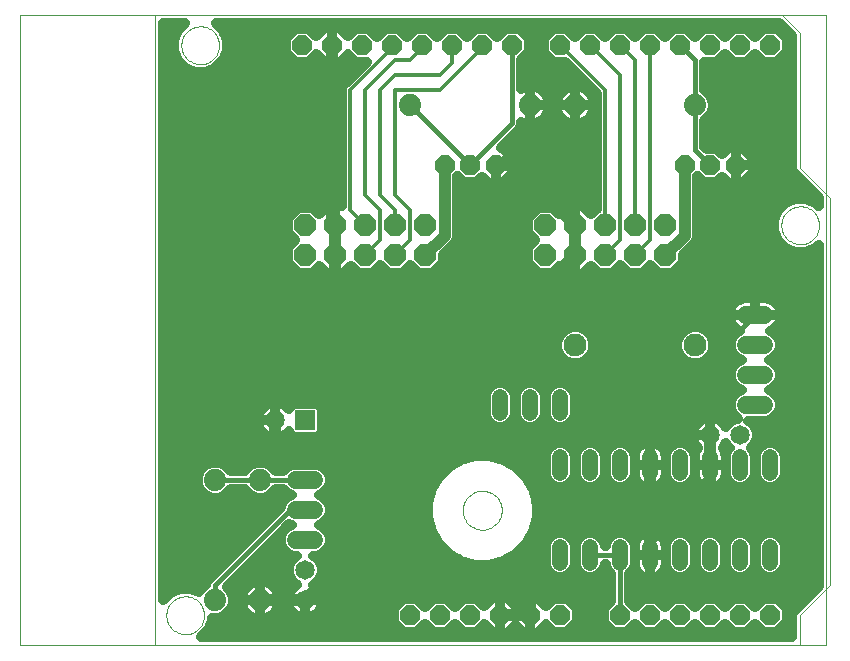
<source format=gbl>
G75*
G70*
%OFA0B0*%
%FSLAX24Y24*%
%IPPOS*%
%LPD*%
%AMOC8*
5,1,8,0,0,1.08239X$1,22.5*
%
%ADD10C,0.0000*%
%ADD11C,0.0520*%
%ADD12OC8,0.0660*%
%ADD13OC8,0.0740*%
%ADD14C,0.0600*%
%ADD15C,0.0740*%
%ADD16C,0.0650*%
%ADD17R,0.0650X0.0650*%
%ADD18C,0.0760*%
%ADD19C,0.0400*%
%ADD20C,0.0160*%
%ADD21C,0.0320*%
%ADD22C,0.0120*%
D10*
X002706Y000504D02*
X002706Y021504D01*
X028106Y021504D01*
X028706Y020904D01*
X028706Y016404D01*
X029706Y015404D01*
X029706Y002504D01*
X028706Y001504D01*
X028706Y000504D01*
X002706Y000504D01*
X007206Y000504D02*
X007206Y021500D01*
X029576Y021500D01*
X029576Y000504D01*
X007206Y000504D01*
X007576Y001504D02*
X007578Y001554D01*
X007584Y001604D01*
X007594Y001653D01*
X007608Y001701D01*
X007625Y001748D01*
X007646Y001793D01*
X007671Y001837D01*
X007699Y001878D01*
X007731Y001917D01*
X007765Y001954D01*
X007802Y001988D01*
X007842Y002018D01*
X007884Y002045D01*
X007928Y002069D01*
X007974Y002090D01*
X008021Y002106D01*
X008069Y002119D01*
X008119Y002128D01*
X008168Y002133D01*
X008219Y002134D01*
X008269Y002131D01*
X008318Y002124D01*
X008367Y002113D01*
X008415Y002098D01*
X008461Y002080D01*
X008506Y002058D01*
X008549Y002032D01*
X008590Y002003D01*
X008629Y001971D01*
X008665Y001936D01*
X008697Y001898D01*
X008727Y001858D01*
X008754Y001815D01*
X008777Y001771D01*
X008796Y001725D01*
X008812Y001677D01*
X008824Y001628D01*
X008832Y001579D01*
X008836Y001529D01*
X008836Y001479D01*
X008832Y001429D01*
X008824Y001380D01*
X008812Y001331D01*
X008796Y001283D01*
X008777Y001237D01*
X008754Y001193D01*
X008727Y001150D01*
X008697Y001110D01*
X008665Y001072D01*
X008629Y001037D01*
X008590Y001005D01*
X008549Y000976D01*
X008506Y000950D01*
X008461Y000928D01*
X008415Y000910D01*
X008367Y000895D01*
X008318Y000884D01*
X008269Y000877D01*
X008219Y000874D01*
X008168Y000875D01*
X008119Y000880D01*
X008069Y000889D01*
X008021Y000902D01*
X007974Y000918D01*
X007928Y000939D01*
X007884Y000963D01*
X007842Y000990D01*
X007802Y001020D01*
X007765Y001054D01*
X007731Y001091D01*
X007699Y001130D01*
X007671Y001171D01*
X007646Y001215D01*
X007625Y001260D01*
X007608Y001307D01*
X007594Y001355D01*
X007584Y001404D01*
X007578Y001454D01*
X007576Y001504D01*
X017456Y005004D02*
X017458Y005054D01*
X017464Y005104D01*
X017474Y005154D01*
X017487Y005202D01*
X017504Y005250D01*
X017525Y005296D01*
X017549Y005340D01*
X017577Y005382D01*
X017608Y005422D01*
X017642Y005459D01*
X017679Y005494D01*
X017718Y005525D01*
X017759Y005554D01*
X017803Y005579D01*
X017849Y005601D01*
X017896Y005619D01*
X017944Y005633D01*
X017993Y005644D01*
X018043Y005651D01*
X018093Y005654D01*
X018144Y005653D01*
X018194Y005648D01*
X018244Y005639D01*
X018292Y005627D01*
X018340Y005610D01*
X018386Y005590D01*
X018431Y005567D01*
X018474Y005540D01*
X018514Y005510D01*
X018552Y005477D01*
X018587Y005441D01*
X018620Y005402D01*
X018649Y005361D01*
X018675Y005318D01*
X018698Y005273D01*
X018717Y005226D01*
X018732Y005178D01*
X018744Y005129D01*
X018752Y005079D01*
X018756Y005029D01*
X018756Y004979D01*
X018752Y004929D01*
X018744Y004879D01*
X018732Y004830D01*
X018717Y004782D01*
X018698Y004735D01*
X018675Y004690D01*
X018649Y004647D01*
X018620Y004606D01*
X018587Y004567D01*
X018552Y004531D01*
X018514Y004498D01*
X018474Y004468D01*
X018431Y004441D01*
X018386Y004418D01*
X018340Y004398D01*
X018292Y004381D01*
X018244Y004369D01*
X018194Y004360D01*
X018144Y004355D01*
X018093Y004354D01*
X018043Y004357D01*
X017993Y004364D01*
X017944Y004375D01*
X017896Y004389D01*
X017849Y004407D01*
X017803Y004429D01*
X017759Y004454D01*
X017718Y004483D01*
X017679Y004514D01*
X017642Y004549D01*
X017608Y004586D01*
X017577Y004626D01*
X017549Y004668D01*
X017525Y004712D01*
X017504Y004758D01*
X017487Y004806D01*
X017474Y004854D01*
X017464Y004904D01*
X017458Y004954D01*
X017456Y005004D01*
X028076Y014504D02*
X028078Y014554D01*
X028084Y014604D01*
X028094Y014653D01*
X028108Y014701D01*
X028125Y014748D01*
X028146Y014793D01*
X028171Y014837D01*
X028199Y014878D01*
X028231Y014917D01*
X028265Y014954D01*
X028302Y014988D01*
X028342Y015018D01*
X028384Y015045D01*
X028428Y015069D01*
X028474Y015090D01*
X028521Y015106D01*
X028569Y015119D01*
X028619Y015128D01*
X028668Y015133D01*
X028719Y015134D01*
X028769Y015131D01*
X028818Y015124D01*
X028867Y015113D01*
X028915Y015098D01*
X028961Y015080D01*
X029006Y015058D01*
X029049Y015032D01*
X029090Y015003D01*
X029129Y014971D01*
X029165Y014936D01*
X029197Y014898D01*
X029227Y014858D01*
X029254Y014815D01*
X029277Y014771D01*
X029296Y014725D01*
X029312Y014677D01*
X029324Y014628D01*
X029332Y014579D01*
X029336Y014529D01*
X029336Y014479D01*
X029332Y014429D01*
X029324Y014380D01*
X029312Y014331D01*
X029296Y014283D01*
X029277Y014237D01*
X029254Y014193D01*
X029227Y014150D01*
X029197Y014110D01*
X029165Y014072D01*
X029129Y014037D01*
X029090Y014005D01*
X029049Y013976D01*
X029006Y013950D01*
X028961Y013928D01*
X028915Y013910D01*
X028867Y013895D01*
X028818Y013884D01*
X028769Y013877D01*
X028719Y013874D01*
X028668Y013875D01*
X028619Y013880D01*
X028569Y013889D01*
X028521Y013902D01*
X028474Y013918D01*
X028428Y013939D01*
X028384Y013963D01*
X028342Y013990D01*
X028302Y014020D01*
X028265Y014054D01*
X028231Y014091D01*
X028199Y014130D01*
X028171Y014171D01*
X028146Y014215D01*
X028125Y014260D01*
X028108Y014307D01*
X028094Y014355D01*
X028084Y014404D01*
X028078Y014454D01*
X028076Y014504D01*
X008076Y020504D02*
X008078Y020554D01*
X008084Y020604D01*
X008094Y020653D01*
X008108Y020701D01*
X008125Y020748D01*
X008146Y020793D01*
X008171Y020837D01*
X008199Y020878D01*
X008231Y020917D01*
X008265Y020954D01*
X008302Y020988D01*
X008342Y021018D01*
X008384Y021045D01*
X008428Y021069D01*
X008474Y021090D01*
X008521Y021106D01*
X008569Y021119D01*
X008619Y021128D01*
X008668Y021133D01*
X008719Y021134D01*
X008769Y021131D01*
X008818Y021124D01*
X008867Y021113D01*
X008915Y021098D01*
X008961Y021080D01*
X009006Y021058D01*
X009049Y021032D01*
X009090Y021003D01*
X009129Y020971D01*
X009165Y020936D01*
X009197Y020898D01*
X009227Y020858D01*
X009254Y020815D01*
X009277Y020771D01*
X009296Y020725D01*
X009312Y020677D01*
X009324Y020628D01*
X009332Y020579D01*
X009336Y020529D01*
X009336Y020479D01*
X009332Y020429D01*
X009324Y020380D01*
X009312Y020331D01*
X009296Y020283D01*
X009277Y020237D01*
X009254Y020193D01*
X009227Y020150D01*
X009197Y020110D01*
X009165Y020072D01*
X009129Y020037D01*
X009090Y020005D01*
X009049Y019976D01*
X009006Y019950D01*
X008961Y019928D01*
X008915Y019910D01*
X008867Y019895D01*
X008818Y019884D01*
X008769Y019877D01*
X008719Y019874D01*
X008668Y019875D01*
X008619Y019880D01*
X008569Y019889D01*
X008521Y019902D01*
X008474Y019918D01*
X008428Y019939D01*
X008384Y019963D01*
X008342Y019990D01*
X008302Y020020D01*
X008265Y020054D01*
X008231Y020091D01*
X008199Y020130D01*
X008171Y020171D01*
X008146Y020215D01*
X008125Y020260D01*
X008108Y020307D01*
X008094Y020355D01*
X008084Y020404D01*
X008078Y020454D01*
X008076Y020504D01*
D11*
X018706Y008764D02*
X018706Y008244D01*
X019706Y008244D02*
X019706Y008764D01*
X020706Y008764D02*
X020706Y008244D01*
X020706Y006764D02*
X020706Y006244D01*
X021706Y006244D02*
X021706Y006764D01*
X022706Y006764D02*
X022706Y006244D01*
X023706Y006244D02*
X023706Y006764D01*
X024706Y006764D02*
X024706Y006244D01*
X025706Y006244D02*
X025706Y006764D01*
X026706Y006764D02*
X026706Y006244D01*
X027706Y006244D02*
X027706Y006764D01*
X027706Y003764D02*
X027706Y003244D01*
X026706Y003244D02*
X026706Y003764D01*
X025706Y003764D02*
X025706Y003244D01*
X024706Y003244D02*
X024706Y003764D01*
X023706Y003764D02*
X023706Y003244D01*
X022706Y003244D02*
X022706Y003764D01*
X021706Y003764D02*
X021706Y003244D01*
X020706Y003244D02*
X020706Y003764D01*
D12*
X020706Y001504D03*
X019706Y001504D03*
X018706Y001504D03*
X017706Y001504D03*
X016706Y001504D03*
X015706Y001504D03*
X022706Y001504D03*
X023706Y001504D03*
X024706Y001504D03*
X025706Y001504D03*
X026706Y001504D03*
X027706Y001504D03*
X026556Y016504D03*
X025706Y016504D03*
X024856Y016504D03*
X024706Y020504D03*
X023706Y020504D03*
X022706Y020504D03*
X021706Y020504D03*
X020706Y020504D03*
X019106Y020504D03*
X018106Y020504D03*
X017106Y020504D03*
X016106Y020504D03*
X015106Y020504D03*
X014106Y020504D03*
X013106Y020504D03*
X012106Y020504D03*
X016856Y016504D03*
X017706Y016504D03*
X018556Y016504D03*
X025706Y020504D03*
X026706Y020504D03*
X027706Y020504D03*
D13*
X024206Y014504D03*
X023206Y014504D03*
X022206Y014504D03*
X021206Y014504D03*
X020206Y014504D03*
X020206Y013504D03*
X021206Y013504D03*
X022206Y013504D03*
X023206Y013504D03*
X024206Y013504D03*
X016206Y013504D03*
X015206Y013504D03*
X014206Y013504D03*
X013206Y013504D03*
X012206Y013504D03*
X012206Y014504D03*
X013206Y014504D03*
X014206Y014504D03*
X015206Y014504D03*
X016206Y014504D03*
D14*
X026906Y011504D02*
X027506Y011504D01*
X027506Y010504D02*
X026906Y010504D01*
X026906Y009504D02*
X027506Y009504D01*
X027506Y008504D02*
X026906Y008504D01*
X012506Y006004D02*
X011906Y006004D01*
X011906Y005004D02*
X012506Y005004D01*
X012506Y004004D02*
X011906Y004004D01*
D15*
X010706Y006004D03*
X009206Y006004D03*
X009206Y002004D03*
X010706Y002004D03*
X015706Y018504D03*
X019706Y018504D03*
X021206Y018504D03*
X025206Y018504D03*
D16*
X011206Y008004D03*
X012206Y003004D03*
X012206Y002004D03*
X025706Y007504D03*
X026706Y007504D03*
D17*
X012206Y008004D03*
D18*
X021206Y010504D03*
X025206Y010504D03*
D19*
X025706Y007504D02*
X025706Y006504D01*
X025706Y006004D01*
X023706Y004004D01*
X023706Y004504D01*
X020206Y004504D01*
X019706Y004004D01*
X019706Y001504D01*
X018706Y001504D01*
X018706Y002504D02*
X019706Y001504D01*
X018706Y002504D02*
X013706Y002504D01*
X013706Y006004D01*
X021206Y013504D01*
X021206Y014504D01*
X019206Y016504D01*
X018556Y016504D01*
X016856Y016504D02*
X016856Y014154D01*
X016206Y013504D01*
X013206Y013504D02*
X013206Y007004D01*
X013706Y006504D01*
X013706Y006004D01*
X013206Y007004D02*
X011706Y007004D01*
X011206Y007504D01*
X011206Y008004D01*
X012706Y002504D02*
X012206Y002004D01*
X010706Y002004D01*
X012706Y002504D02*
X013706Y002504D01*
X023706Y003504D02*
X023706Y004004D01*
X023706Y004504D02*
X023706Y006504D01*
X024206Y013504D02*
X024856Y014154D01*
X024856Y016504D01*
X013206Y014504D02*
X013206Y013504D01*
X013206Y014504D02*
X013106Y014604D01*
X013106Y020504D01*
D20*
X015706Y018504D02*
X017706Y016504D01*
X019106Y017904D01*
X019106Y020504D01*
X019706Y018504D02*
X021206Y018504D01*
X019706Y018504D02*
X019706Y017654D01*
X018556Y016504D01*
X024706Y020504D02*
X025206Y020004D01*
X025206Y018504D01*
X025206Y017004D01*
X025706Y016504D01*
X027206Y011504D02*
X025706Y010004D01*
X025706Y007504D01*
X022706Y003504D02*
X021706Y003504D01*
X022706Y003504D02*
X022706Y001504D01*
X012206Y005004D02*
X011706Y005004D01*
X009206Y002504D01*
X009206Y002004D01*
X009206Y006004D02*
X010706Y006004D01*
X012206Y006004D01*
D21*
X011803Y006524D02*
X011612Y006445D01*
X011471Y006304D01*
X011221Y006304D01*
X011206Y006338D01*
X011040Y006504D01*
X010824Y006594D01*
X010589Y006594D01*
X010372Y006504D01*
X010206Y006338D01*
X010192Y006304D01*
X009721Y006304D01*
X009706Y006338D01*
X009540Y006504D01*
X009324Y006594D01*
X009089Y006594D01*
X008872Y006504D01*
X008706Y006338D01*
X008616Y006121D01*
X008616Y005887D01*
X008706Y005670D01*
X008872Y005504D01*
X009089Y005414D01*
X009324Y005414D01*
X009540Y005504D01*
X009706Y005670D01*
X009721Y005704D01*
X010192Y005704D01*
X010206Y005670D01*
X010372Y005504D01*
X010589Y005414D01*
X010824Y005414D01*
X011040Y005504D01*
X011206Y005670D01*
X011221Y005704D01*
X011471Y005704D01*
X011612Y005563D01*
X011755Y005504D01*
X011612Y005445D01*
X011465Y005298D01*
X011387Y005109D01*
X008952Y002674D01*
X008906Y002564D01*
X008906Y002518D01*
X008872Y002504D01*
X008706Y002338D01*
X008679Y002272D01*
X008383Y002394D01*
X008029Y002394D01*
X007702Y002258D01*
X007466Y002022D01*
X007466Y021240D01*
X008184Y021240D01*
X007952Y021008D01*
X007816Y020681D01*
X007816Y020327D01*
X007952Y020000D01*
X008202Y019749D01*
X008529Y019614D01*
X008883Y019614D01*
X009210Y019749D01*
X009461Y020000D01*
X009596Y020327D01*
X009596Y020681D01*
X009461Y021008D01*
X009229Y021240D01*
X028003Y021240D01*
X028446Y020796D01*
X028446Y016352D01*
X028486Y016257D01*
X028559Y016184D01*
X029316Y015426D01*
X029316Y015152D01*
X029210Y015258D01*
X028883Y015394D01*
X028529Y015394D01*
X028202Y015258D01*
X027952Y015008D01*
X027816Y014681D01*
X027816Y014327D01*
X027952Y014000D01*
X028202Y013749D01*
X028529Y013614D01*
X028883Y013614D01*
X029210Y013749D01*
X029316Y013856D01*
X029316Y002482D01*
X028486Y001651D01*
X028446Y001556D01*
X028446Y001452D01*
X028446Y000764D01*
X008725Y000764D01*
X008961Y001000D01*
X009096Y001327D01*
X009096Y001414D01*
X009324Y001414D01*
X009540Y001504D01*
X009706Y001670D01*
X009796Y001887D01*
X009796Y002121D01*
X009706Y002338D01*
X009586Y002459D01*
X011667Y004540D01*
X011755Y004504D01*
X011612Y004445D01*
X011465Y004298D01*
X011386Y004107D01*
X011386Y003900D01*
X011465Y003709D01*
X011612Y003563D01*
X011803Y003484D01*
X011941Y003484D01*
X011898Y003466D01*
X011744Y003313D01*
X011661Y003112D01*
X011661Y002896D01*
X011744Y002695D01*
X011898Y002542D01*
X011940Y002525D01*
X011900Y002504D01*
X011825Y002450D01*
X011760Y002385D01*
X011706Y002311D01*
X011664Y002228D01*
X011636Y002141D01*
X011621Y002050D01*
X011621Y002004D01*
X012206Y002004D01*
X012206Y002004D01*
X011621Y002004D01*
X011621Y001958D01*
X011636Y001867D01*
X011664Y001779D01*
X011706Y001697D01*
X011760Y001623D01*
X011825Y001558D01*
X011900Y001504D01*
X011982Y001462D01*
X012069Y001433D01*
X012160Y001419D01*
X012206Y001419D01*
X012206Y002004D01*
X012206Y002004D01*
X012206Y001419D01*
X012252Y001419D01*
X012343Y001433D01*
X012431Y001462D01*
X012513Y001504D01*
X012587Y001558D01*
X012652Y001623D01*
X012707Y001697D01*
X012748Y001779D01*
X012777Y001867D01*
X012791Y001958D01*
X012791Y002004D01*
X012791Y002050D01*
X012777Y002141D01*
X012748Y002228D01*
X012707Y002311D01*
X012652Y002385D01*
X012587Y002450D01*
X012513Y002504D01*
X012473Y002525D01*
X012515Y002542D01*
X012668Y002695D01*
X012751Y002896D01*
X012751Y003112D01*
X012668Y003313D01*
X012515Y003466D01*
X012471Y003484D01*
X012610Y003484D01*
X012801Y003563D01*
X012947Y003709D01*
X013026Y003900D01*
X013026Y004107D01*
X012947Y004298D01*
X012801Y004445D01*
X012658Y004504D01*
X012801Y004563D01*
X012947Y004709D01*
X013026Y004900D01*
X013026Y005107D01*
X012947Y005298D01*
X012801Y005445D01*
X012658Y005504D01*
X012801Y005563D01*
X012947Y005709D01*
X013026Y005900D01*
X013026Y006107D01*
X012947Y006298D01*
X012801Y006445D01*
X012610Y006524D01*
X011803Y006524D01*
X010915Y006556D02*
X017175Y006556D01*
X016995Y006452D02*
X016658Y006115D01*
X016420Y005703D01*
X016296Y005242D01*
X016296Y004766D01*
X016420Y004305D01*
X016658Y003893D01*
X016995Y003556D01*
X017408Y003317D01*
X017868Y003194D01*
X018345Y003194D01*
X018805Y003317D01*
X019218Y003556D01*
X019555Y003893D01*
X019793Y004305D01*
X019916Y004766D01*
X019916Y005242D01*
X019793Y005703D01*
X019555Y006115D01*
X019218Y006452D01*
X018805Y006691D01*
X018345Y006814D01*
X017868Y006814D01*
X017408Y006691D01*
X016995Y006452D01*
X016780Y006238D02*
X012972Y006238D01*
X013026Y005919D02*
X016545Y005919D01*
X016392Y005601D02*
X012838Y005601D01*
X012954Y005282D02*
X016307Y005282D01*
X016296Y004964D02*
X013026Y004964D01*
X012883Y004645D02*
X016329Y004645D01*
X016414Y004326D02*
X012919Y004326D01*
X013026Y004008D02*
X016591Y004008D01*
X016861Y003689D02*
X012927Y003689D01*
X012610Y003371D02*
X017315Y003371D01*
X018898Y003371D02*
X020226Y003371D01*
X020226Y003148D02*
X020299Y002972D01*
X020434Y002837D01*
X020611Y002764D01*
X020802Y002764D01*
X020978Y002837D01*
X021113Y002972D01*
X021186Y003148D01*
X021186Y003859D01*
X021113Y004036D01*
X020978Y004171D01*
X020802Y004244D01*
X020611Y004244D01*
X020434Y004171D01*
X020299Y004036D01*
X020226Y003859D01*
X020226Y003148D01*
X020266Y003052D02*
X012751Y003052D01*
X012684Y002734D02*
X022406Y002734D01*
X022406Y002865D02*
X022406Y001982D01*
X022156Y001732D01*
X022156Y001276D01*
X022478Y000954D01*
X022934Y000954D01*
X023206Y001226D01*
X023478Y000954D01*
X023934Y000954D01*
X024206Y001226D01*
X024478Y000954D01*
X024934Y000954D01*
X025206Y001226D01*
X025478Y000954D01*
X025934Y000954D01*
X026206Y001226D01*
X026478Y000954D01*
X026934Y000954D01*
X027206Y001226D01*
X027478Y000954D01*
X027934Y000954D01*
X028256Y001276D01*
X028256Y001732D01*
X027934Y002054D01*
X027478Y002054D01*
X027206Y001782D01*
X026934Y002054D01*
X026478Y002054D01*
X026206Y001782D01*
X025934Y002054D01*
X025478Y002054D01*
X025206Y001782D01*
X024934Y002054D01*
X024478Y002054D01*
X024206Y001782D01*
X023934Y002054D01*
X023478Y002054D01*
X023206Y001782D01*
X023006Y001982D01*
X023006Y002865D01*
X023113Y002972D01*
X023186Y003148D01*
X023186Y003859D01*
X023113Y004036D01*
X022978Y004171D01*
X022802Y004244D01*
X022611Y004244D01*
X022434Y004171D01*
X022299Y004036D01*
X022226Y003859D01*
X022226Y003804D01*
X022186Y003804D01*
X022186Y003859D01*
X022113Y004036D01*
X021978Y004171D01*
X021802Y004244D01*
X021611Y004244D01*
X021434Y004171D01*
X021299Y004036D01*
X021226Y003859D01*
X021226Y003148D01*
X021299Y002972D01*
X021434Y002837D01*
X021611Y002764D01*
X021802Y002764D01*
X021978Y002837D01*
X022113Y002972D01*
X022186Y003148D01*
X022186Y003204D01*
X022226Y003204D01*
X022226Y003148D01*
X022299Y002972D01*
X022406Y002865D01*
X022266Y003052D02*
X022146Y003052D01*
X021266Y003052D02*
X021146Y003052D01*
X021186Y003371D02*
X021226Y003371D01*
X021226Y003689D02*
X021186Y003689D01*
X021125Y004008D02*
X021288Y004008D01*
X022125Y004008D02*
X022288Y004008D01*
X023125Y004008D02*
X023247Y004008D01*
X023262Y004036D02*
X023224Y003964D01*
X023199Y003886D01*
X023186Y003805D01*
X023186Y003504D01*
X023706Y003504D01*
X023706Y003504D01*
X023186Y003504D01*
X023186Y003203D01*
X023199Y003122D01*
X023224Y003044D01*
X023262Y002971D01*
X023310Y002905D01*
X023368Y002847D01*
X023434Y002799D01*
X023507Y002762D01*
X023584Y002737D01*
X023665Y002724D01*
X023706Y002724D01*
X023706Y003504D01*
X023706Y004284D01*
X023665Y004284D01*
X023584Y004271D01*
X023507Y004246D01*
X023434Y004209D01*
X023368Y004161D01*
X023310Y004103D01*
X023262Y004036D01*
X023706Y004008D02*
X023706Y004008D01*
X023706Y004284D02*
X023706Y003504D01*
X023706Y003504D01*
X023706Y003504D01*
X023706Y002724D01*
X023747Y002724D01*
X023828Y002737D01*
X023906Y002762D01*
X023979Y002799D01*
X024045Y002847D01*
X024103Y002905D01*
X024151Y002971D01*
X024188Y003044D01*
X024213Y003122D01*
X024226Y003203D01*
X024226Y003504D01*
X024226Y003805D01*
X024213Y003886D01*
X024188Y003964D01*
X024151Y004036D01*
X024103Y004103D01*
X024045Y004161D01*
X023979Y004209D01*
X023906Y004246D01*
X023828Y004271D01*
X023747Y004284D01*
X023706Y004284D01*
X024166Y004008D02*
X024288Y004008D01*
X024299Y004036D02*
X024226Y003859D01*
X024226Y003148D01*
X024299Y002972D01*
X024434Y002837D01*
X024611Y002764D01*
X024802Y002764D01*
X024978Y002837D01*
X025113Y002972D01*
X025186Y003148D01*
X025186Y003859D01*
X025113Y004036D01*
X024978Y004171D01*
X024802Y004244D01*
X024611Y004244D01*
X024434Y004171D01*
X024299Y004036D01*
X024226Y003689D02*
X024226Y003689D01*
X024226Y003504D02*
X023707Y003504D01*
X023707Y003504D01*
X024226Y003504D01*
X024226Y003371D02*
X024226Y003371D01*
X024191Y003052D02*
X024266Y003052D01*
X023809Y002734D02*
X029316Y002734D01*
X029250Y002415D02*
X023006Y002415D01*
X023006Y002734D02*
X023603Y002734D01*
X023706Y002734D02*
X023706Y002734D01*
X023706Y003052D02*
X023706Y003052D01*
X023706Y003371D02*
X023706Y003371D01*
X023706Y003689D02*
X023706Y003689D01*
X023186Y003689D02*
X023186Y003689D01*
X023186Y003371D02*
X023186Y003371D01*
X023146Y003052D02*
X023222Y003052D01*
X022406Y002415D02*
X012622Y002415D01*
X012784Y002097D02*
X022406Y002097D01*
X022203Y001778D02*
X021210Y001778D01*
X021256Y001732D02*
X020934Y002054D01*
X020478Y002054D01*
X020235Y001810D01*
X019951Y002094D01*
X019706Y002094D01*
X019462Y002094D01*
X019206Y001838D01*
X018951Y002094D01*
X018706Y002094D01*
X018462Y002094D01*
X018178Y001810D01*
X017934Y002054D01*
X017478Y002054D01*
X017206Y001782D01*
X016934Y002054D01*
X016478Y002054D01*
X016206Y001782D01*
X015934Y002054D01*
X015478Y002054D01*
X015156Y001732D01*
X015156Y001276D01*
X015478Y000954D01*
X015934Y000954D01*
X016206Y001226D01*
X016478Y000954D01*
X016934Y000954D01*
X017206Y001226D01*
X017478Y000954D01*
X017934Y000954D01*
X018178Y001198D01*
X018462Y000914D01*
X018706Y000914D01*
X018706Y001504D01*
X018706Y002094D01*
X018706Y001504D01*
X018706Y001504D01*
X018706Y001504D01*
X018706Y000914D01*
X018951Y000914D01*
X019206Y001170D01*
X019462Y000914D01*
X019706Y000914D01*
X019706Y001504D01*
X019706Y001504D01*
X019116Y001504D01*
X018707Y001504D01*
X018707Y001504D01*
X019116Y001504D01*
X019706Y001504D01*
X019706Y002094D01*
X019706Y001504D01*
X019706Y001504D01*
X019706Y001504D01*
X019706Y000914D01*
X019951Y000914D01*
X020235Y001198D01*
X020478Y000954D01*
X020934Y000954D01*
X021256Y001276D01*
X021256Y001732D01*
X021256Y001460D02*
X022156Y001460D01*
X022291Y001141D02*
X021121Y001141D01*
X020291Y001141D02*
X020178Y001141D01*
X019706Y001141D02*
X019706Y001141D01*
X019706Y001460D02*
X019706Y001460D01*
X019706Y001778D02*
X019706Y001778D01*
X019235Y001141D02*
X019178Y001141D01*
X018706Y001141D02*
X018706Y001141D01*
X018706Y001460D02*
X018706Y001460D01*
X018706Y001778D02*
X018706Y001778D01*
X018235Y001141D02*
X018121Y001141D01*
X017291Y001141D02*
X017121Y001141D01*
X016291Y001141D02*
X016121Y001141D01*
X015291Y001141D02*
X009019Y001141D01*
X009434Y001460D02*
X010387Y001460D01*
X010376Y001465D02*
X010464Y001420D01*
X010559Y001389D01*
X010657Y001374D01*
X010706Y001374D01*
X010706Y002004D01*
X010706Y002004D01*
X010076Y002004D01*
X010076Y002054D01*
X010092Y002151D01*
X010122Y002246D01*
X010167Y002334D01*
X010226Y002414D01*
X010296Y002484D01*
X010376Y002543D01*
X010464Y002588D01*
X010559Y002618D01*
X010657Y002634D01*
X010706Y002634D01*
X010706Y002004D01*
X010076Y002004D01*
X010076Y001954D01*
X010092Y001856D01*
X010122Y001762D01*
X010167Y001674D01*
X010226Y001594D01*
X010296Y001523D01*
X010376Y001465D01*
X010706Y001460D02*
X010706Y001460D01*
X010706Y001374D02*
X010756Y001374D01*
X010854Y001389D01*
X010948Y001420D01*
X011036Y001465D01*
X011117Y001523D01*
X011187Y001594D01*
X011245Y001674D01*
X011290Y001762D01*
X011321Y001856D01*
X011336Y001954D01*
X011336Y002004D01*
X011336Y002054D01*
X011321Y002151D01*
X011290Y002246D01*
X011245Y002334D01*
X011187Y002414D01*
X011117Y002484D01*
X011036Y002543D01*
X010948Y002588D01*
X010854Y002618D01*
X010756Y002634D01*
X010706Y002634D01*
X010706Y002004D01*
X010706Y002004D01*
X010706Y002004D01*
X010706Y001374D01*
X011026Y001460D02*
X011989Y001460D01*
X012206Y001460D02*
X012206Y001460D01*
X012424Y001460D02*
X015156Y001460D01*
X015203Y001778D02*
X012748Y001778D01*
X012791Y002004D02*
X012207Y002004D01*
X012791Y002004D01*
X012207Y002004D02*
X012207Y002004D01*
X012206Y001778D02*
X012206Y001778D01*
X011665Y001778D02*
X011295Y001778D01*
X011336Y002004D02*
X010707Y002004D01*
X011336Y002004D01*
X011329Y002097D02*
X011629Y002097D01*
X011790Y002415D02*
X011186Y002415D01*
X011728Y002734D02*
X009860Y002734D01*
X009629Y002415D02*
X010227Y002415D01*
X010706Y002415D02*
X010706Y002415D01*
X010706Y002097D02*
X010706Y002097D01*
X010707Y002004D02*
X010707Y002004D01*
X010706Y001778D02*
X010706Y001778D01*
X010117Y001778D02*
X009751Y001778D01*
X009796Y002097D02*
X010083Y002097D01*
X009012Y002734D02*
X007466Y002734D01*
X007466Y002415D02*
X008783Y002415D01*
X009330Y003052D02*
X007466Y003052D01*
X007466Y003371D02*
X009649Y003371D01*
X009967Y003689D02*
X007466Y003689D01*
X007466Y004008D02*
X010286Y004008D01*
X010605Y004326D02*
X007466Y004326D01*
X007466Y004645D02*
X010923Y004645D01*
X011242Y004964D02*
X007466Y004964D01*
X007466Y005282D02*
X011459Y005282D01*
X011574Y005601D02*
X011137Y005601D01*
X010275Y005601D02*
X009637Y005601D01*
X008775Y005601D02*
X007466Y005601D01*
X007466Y005919D02*
X008616Y005919D01*
X008665Y006238D02*
X007466Y006238D01*
X007466Y006556D02*
X008998Y006556D01*
X009415Y006556D02*
X010498Y006556D01*
X010982Y007462D02*
X011069Y007433D01*
X011160Y007419D01*
X011206Y007419D01*
X011206Y008004D01*
X011206Y008004D01*
X010621Y008004D01*
X010621Y008050D01*
X010636Y008141D01*
X010664Y008228D01*
X010706Y008311D01*
X010760Y008385D01*
X010825Y008450D01*
X010900Y008504D01*
X010982Y008546D01*
X011069Y008574D01*
X011160Y008589D01*
X011206Y008589D01*
X011206Y008004D01*
X010621Y008004D01*
X010621Y007958D01*
X010636Y007867D01*
X010664Y007779D01*
X010706Y007697D01*
X010760Y007623D01*
X010825Y007558D01*
X010900Y007504D01*
X010982Y007462D01*
X010888Y007512D02*
X007466Y007512D01*
X007466Y007830D02*
X010648Y007830D01*
X010638Y008149D02*
X007466Y008149D01*
X007466Y008468D02*
X010849Y008468D01*
X011206Y008468D02*
X011206Y008468D01*
X011206Y008589D02*
X011252Y008589D01*
X011343Y008574D01*
X011431Y008546D01*
X011513Y008504D01*
X011587Y008450D01*
X011652Y008385D01*
X011661Y008373D01*
X011661Y008420D01*
X011790Y008549D01*
X012622Y008549D01*
X012751Y008420D01*
X012751Y007588D01*
X012622Y007459D01*
X011790Y007459D01*
X011661Y007588D01*
X011661Y007635D01*
X011652Y007623D01*
X011587Y007558D01*
X011513Y007504D01*
X011431Y007462D01*
X011343Y007433D01*
X011252Y007419D01*
X011206Y007419D01*
X011206Y008004D01*
X011206Y008004D01*
X011206Y008004D01*
X011206Y008589D01*
X011563Y008468D02*
X011709Y008468D01*
X011206Y008149D02*
X011206Y008149D01*
X011206Y007830D02*
X011206Y007830D01*
X011206Y007512D02*
X011206Y007512D01*
X011524Y007512D02*
X011737Y007512D01*
X012675Y007512D02*
X025121Y007512D01*
X025121Y007504D02*
X025706Y007504D01*
X025706Y007504D01*
X025706Y008089D01*
X025660Y008089D01*
X025569Y008074D01*
X025482Y008046D01*
X025400Y008004D01*
X025325Y007950D01*
X025260Y007885D01*
X025206Y007811D01*
X025164Y007728D01*
X025136Y007641D01*
X025121Y007550D01*
X025121Y007504D01*
X025121Y007458D01*
X025136Y007367D01*
X025164Y007279D01*
X025206Y007197D01*
X025260Y007123D01*
X025297Y007086D01*
X025262Y007036D01*
X025224Y006964D01*
X025199Y006886D01*
X025186Y006805D01*
X025186Y006504D01*
X025706Y006504D01*
X025706Y006504D01*
X025186Y006504D01*
X025186Y006203D01*
X025199Y006122D01*
X025224Y006044D01*
X025262Y005971D01*
X025310Y005905D01*
X025368Y005847D01*
X025434Y005799D01*
X025507Y005762D01*
X025584Y005737D01*
X025665Y005724D01*
X025706Y005724D01*
X025706Y006504D01*
X025706Y007284D01*
X025706Y007504D01*
X025706Y007504D01*
X025121Y007504D01*
X025209Y007193D02*
X024924Y007193D01*
X024978Y007171D02*
X024802Y007244D01*
X024611Y007244D01*
X024434Y007171D01*
X024299Y007036D01*
X024226Y006859D01*
X024226Y006148D01*
X024299Y005972D01*
X024434Y005837D01*
X024611Y005764D01*
X024802Y005764D01*
X024978Y005837D01*
X025113Y005972D01*
X025186Y006148D01*
X025186Y006859D01*
X025113Y007036D01*
X024978Y007171D01*
X025180Y006875D02*
X025197Y006875D01*
X025186Y006556D02*
X025186Y006556D01*
X025186Y006238D02*
X025186Y006238D01*
X025299Y005919D02*
X025060Y005919D01*
X025706Y005919D02*
X025706Y005919D01*
X025706Y005724D02*
X025747Y005724D01*
X025828Y005737D01*
X025906Y005762D01*
X025979Y005799D01*
X026045Y005847D01*
X026103Y005905D01*
X026151Y005971D01*
X026188Y006044D01*
X026213Y006122D01*
X026226Y006203D01*
X026226Y006504D01*
X026226Y006805D01*
X026213Y006886D01*
X026188Y006964D01*
X026151Y007036D01*
X026115Y007086D01*
X026152Y007123D01*
X026207Y007197D01*
X026227Y007237D01*
X026244Y007195D01*
X026352Y007088D01*
X026299Y007036D01*
X026226Y006859D01*
X026226Y006148D01*
X026299Y005972D01*
X026434Y005837D01*
X026611Y005764D01*
X026802Y005764D01*
X026978Y005837D01*
X027113Y005972D01*
X027186Y006148D01*
X027186Y006859D01*
X027113Y007036D01*
X027061Y007088D01*
X027168Y007195D01*
X027251Y007396D01*
X027251Y007612D01*
X027168Y007813D01*
X027015Y007966D01*
X026971Y007984D01*
X027610Y007984D01*
X027801Y008063D01*
X027947Y008209D01*
X028026Y008400D01*
X028026Y008607D01*
X027947Y008798D01*
X027801Y008945D01*
X027658Y009004D01*
X027801Y009063D01*
X027947Y009209D01*
X028026Y009400D01*
X028026Y009607D01*
X027947Y009798D01*
X027801Y009945D01*
X027658Y010004D01*
X027801Y010063D01*
X027947Y010209D01*
X028026Y010400D01*
X028026Y010607D01*
X027947Y010798D01*
X027801Y010945D01*
X027711Y010982D01*
X027721Y010985D01*
X027800Y011025D01*
X027871Y011077D01*
X027933Y011139D01*
X027985Y011210D01*
X028025Y011289D01*
X028052Y011373D01*
X028066Y011460D01*
X028066Y011504D01*
X028066Y011548D01*
X028052Y011635D01*
X028025Y011719D01*
X027985Y011797D01*
X027933Y011869D01*
X027871Y011931D01*
X027800Y011983D01*
X027721Y012023D01*
X027637Y012050D01*
X027550Y012064D01*
X027206Y012064D01*
X026862Y012064D01*
X026775Y012050D01*
X026691Y012023D01*
X026613Y011983D01*
X026541Y011931D01*
X026479Y011869D01*
X026427Y011797D01*
X026387Y011719D01*
X026360Y011635D01*
X026346Y011548D01*
X026346Y011504D01*
X027206Y011504D01*
X027206Y011504D01*
X026346Y011504D01*
X026346Y011460D01*
X026360Y011373D01*
X026387Y011289D01*
X026427Y011210D01*
X026479Y011139D01*
X026541Y011077D01*
X026613Y011025D01*
X026691Y010985D01*
X026701Y010982D01*
X026612Y010945D01*
X026465Y010798D01*
X026386Y010607D01*
X026386Y010400D01*
X026465Y010209D01*
X026612Y010063D01*
X026755Y010004D01*
X026612Y009945D01*
X026465Y009798D01*
X026386Y009607D01*
X026386Y009400D01*
X026465Y009209D01*
X026612Y009063D01*
X026755Y009004D01*
X026612Y008945D01*
X026465Y008798D01*
X026386Y008607D01*
X026386Y008400D01*
X026465Y008209D01*
X026612Y008063D01*
X026646Y008049D01*
X026598Y008049D01*
X026398Y007966D01*
X026244Y007813D01*
X026227Y007771D01*
X026207Y007811D01*
X026152Y007885D01*
X026087Y007950D01*
X026013Y008004D01*
X025931Y008046D01*
X025843Y008074D01*
X025752Y008089D01*
X025706Y008089D01*
X025706Y007504D01*
X025706Y007504D01*
X025706Y006919D01*
X025706Y006504D01*
X025706Y006504D01*
X025706Y006504D01*
X025706Y005724D01*
X026113Y005919D02*
X026352Y005919D01*
X026226Y006238D02*
X026226Y006238D01*
X026226Y006504D02*
X025707Y006504D01*
X026226Y006504D01*
X026226Y006556D02*
X026226Y006556D01*
X026215Y006875D02*
X026233Y006875D01*
X026246Y007193D02*
X026204Y007193D01*
X025706Y007193D02*
X025706Y007193D01*
X025706Y007512D02*
X025706Y007512D01*
X025706Y007830D02*
X025706Y007830D01*
X025220Y007830D02*
X020962Y007830D01*
X020978Y007837D02*
X021113Y007972D01*
X021186Y008148D01*
X021186Y008859D01*
X021113Y009036D01*
X020978Y009171D01*
X020802Y009244D01*
X020611Y009244D01*
X020434Y009171D01*
X020299Y009036D01*
X020226Y008859D01*
X020226Y008148D01*
X020299Y007972D01*
X020434Y007837D01*
X020611Y007764D01*
X020802Y007764D01*
X020978Y007837D01*
X021186Y008149D02*
X026526Y008149D01*
X026386Y008468D02*
X021186Y008468D01*
X021186Y008786D02*
X026460Y008786D01*
X026570Y009105D02*
X021044Y009105D01*
X020368Y009105D02*
X020044Y009105D01*
X019978Y009171D02*
X020113Y009036D01*
X020186Y008859D01*
X020186Y008148D01*
X020113Y007972D01*
X019978Y007837D01*
X019802Y007764D01*
X019611Y007764D01*
X019434Y007837D01*
X019299Y007972D01*
X019226Y008148D01*
X019226Y008859D01*
X019299Y009036D01*
X019434Y009171D01*
X019611Y009244D01*
X019802Y009244D01*
X019978Y009171D01*
X020186Y008786D02*
X020226Y008786D01*
X020226Y008468D02*
X020186Y008468D01*
X020186Y008149D02*
X020226Y008149D01*
X020450Y007830D02*
X019962Y007830D01*
X019450Y007830D02*
X018962Y007830D01*
X018978Y007837D02*
X018802Y007764D01*
X018611Y007764D01*
X018434Y007837D01*
X018299Y007972D01*
X018226Y008148D01*
X018226Y008859D01*
X018299Y009036D01*
X018434Y009171D01*
X018611Y009244D01*
X018802Y009244D01*
X018978Y009171D01*
X019113Y009036D01*
X019186Y008859D01*
X019186Y008148D01*
X019113Y007972D01*
X018978Y007837D01*
X019186Y008149D02*
X019226Y008149D01*
X019226Y008468D02*
X019186Y008468D01*
X019186Y008786D02*
X019226Y008786D01*
X019368Y009105D02*
X019044Y009105D01*
X018368Y009105D02*
X007466Y009105D01*
X007466Y008786D02*
X018226Y008786D01*
X018226Y008468D02*
X012704Y008468D01*
X012751Y008149D02*
X018226Y008149D01*
X018450Y007830D02*
X012751Y007830D01*
X011493Y004326D02*
X011453Y004326D01*
X011386Y004008D02*
X011134Y004008D01*
X010816Y003689D02*
X011485Y003689D01*
X011802Y003371D02*
X010497Y003371D01*
X010179Y003052D02*
X011661Y003052D01*
X008783Y000822D02*
X028446Y000822D01*
X028446Y001141D02*
X028121Y001141D01*
X028256Y001460D02*
X028446Y001460D01*
X028613Y001778D02*
X028210Y001778D01*
X028931Y002097D02*
X023006Y002097D01*
X023121Y001141D02*
X023291Y001141D01*
X024121Y001141D02*
X024291Y001141D01*
X025121Y001141D02*
X025291Y001141D01*
X026121Y001141D02*
X026291Y001141D01*
X027121Y001141D02*
X027291Y001141D01*
X027611Y002764D02*
X027802Y002764D01*
X027978Y002837D01*
X028113Y002972D01*
X028186Y003148D01*
X028186Y003859D01*
X028113Y004036D01*
X027978Y004171D01*
X027802Y004244D01*
X027611Y004244D01*
X027434Y004171D01*
X027299Y004036D01*
X027226Y003859D01*
X027226Y003148D01*
X027299Y002972D01*
X027434Y002837D01*
X027611Y002764D01*
X027266Y003052D02*
X027146Y003052D01*
X027113Y002972D02*
X027186Y003148D01*
X027186Y003859D01*
X027113Y004036D01*
X026978Y004171D01*
X026802Y004244D01*
X026611Y004244D01*
X026434Y004171D01*
X026299Y004036D01*
X026226Y003859D01*
X026226Y003148D01*
X026299Y002972D01*
X026434Y002837D01*
X026611Y002764D01*
X026802Y002764D01*
X026978Y002837D01*
X027113Y002972D01*
X027186Y003371D02*
X027226Y003371D01*
X027226Y003689D02*
X027186Y003689D01*
X027125Y004008D02*
X027288Y004008D01*
X028125Y004008D02*
X029316Y004008D01*
X029316Y004326D02*
X019799Y004326D01*
X019621Y004008D02*
X020288Y004008D01*
X020226Y003689D02*
X019351Y003689D01*
X019884Y004645D02*
X029316Y004645D01*
X029316Y004964D02*
X019916Y004964D01*
X019906Y005282D02*
X029316Y005282D01*
X029316Y005601D02*
X019820Y005601D01*
X019668Y005919D02*
X020352Y005919D01*
X020299Y005972D02*
X020434Y005837D01*
X020611Y005764D01*
X020802Y005764D01*
X020978Y005837D01*
X021113Y005972D01*
X021186Y006148D01*
X021186Y006859D01*
X021113Y007036D01*
X020978Y007171D01*
X020802Y007244D01*
X020611Y007244D01*
X020434Y007171D01*
X020299Y007036D01*
X020226Y006859D01*
X020226Y006148D01*
X020299Y005972D01*
X020226Y006238D02*
X019432Y006238D01*
X019038Y006556D02*
X020226Y006556D01*
X020233Y006875D02*
X007466Y006875D01*
X007466Y007193D02*
X020489Y007193D01*
X020924Y007193D02*
X021489Y007193D01*
X021434Y007171D02*
X021299Y007036D01*
X021226Y006859D01*
X021226Y006148D01*
X021299Y005972D01*
X021434Y005837D01*
X021611Y005764D01*
X021802Y005764D01*
X021978Y005837D01*
X022113Y005972D01*
X022186Y006148D01*
X022186Y006859D01*
X022113Y007036D01*
X021978Y007171D01*
X021802Y007244D01*
X021611Y007244D01*
X021434Y007171D01*
X021233Y006875D02*
X021180Y006875D01*
X021186Y006556D02*
X021226Y006556D01*
X021226Y006238D02*
X021186Y006238D01*
X021060Y005919D02*
X021352Y005919D01*
X022060Y005919D02*
X022352Y005919D01*
X022299Y005972D02*
X022434Y005837D01*
X022611Y005764D01*
X022802Y005764D01*
X022978Y005837D01*
X023113Y005972D01*
X023186Y006148D01*
X023186Y006859D01*
X023113Y007036D01*
X022978Y007171D01*
X022802Y007244D01*
X022611Y007244D01*
X022434Y007171D01*
X022299Y007036D01*
X022226Y006859D01*
X022226Y006148D01*
X022299Y005972D01*
X022226Y006238D02*
X022186Y006238D01*
X022186Y006556D02*
X022226Y006556D01*
X022233Y006875D02*
X022180Y006875D01*
X021924Y007193D02*
X022489Y007193D01*
X022924Y007193D02*
X023413Y007193D01*
X023434Y007209D02*
X023368Y007161D01*
X023310Y007103D01*
X023262Y007036D01*
X023224Y006964D01*
X023199Y006886D01*
X023186Y006805D01*
X023186Y006504D01*
X023706Y006504D01*
X023706Y006504D01*
X023186Y006504D01*
X023186Y006203D01*
X023199Y006122D01*
X023224Y006044D01*
X023262Y005971D01*
X023310Y005905D01*
X023368Y005847D01*
X023434Y005799D01*
X023507Y005762D01*
X023584Y005737D01*
X023665Y005724D01*
X023706Y005724D01*
X023706Y006504D01*
X023706Y007284D01*
X023665Y007284D01*
X023584Y007271D01*
X023507Y007246D01*
X023434Y007209D01*
X023706Y007193D02*
X023706Y007193D01*
X023706Y007284D02*
X023706Y006504D01*
X023706Y006504D01*
X023706Y006504D01*
X023706Y005724D01*
X023747Y005724D01*
X023828Y005737D01*
X023906Y005762D01*
X023979Y005799D01*
X024045Y005847D01*
X024103Y005905D01*
X024151Y005971D01*
X024188Y006044D01*
X024213Y006122D01*
X024226Y006203D01*
X024226Y006504D01*
X024226Y006805D01*
X024213Y006886D01*
X024188Y006964D01*
X024151Y007036D01*
X024103Y007103D01*
X024045Y007161D01*
X023979Y007209D01*
X023906Y007246D01*
X023828Y007271D01*
X023747Y007284D01*
X023706Y007284D01*
X024000Y007193D02*
X024489Y007193D01*
X024233Y006875D02*
X024215Y006875D01*
X024226Y006556D02*
X024226Y006556D01*
X024226Y006504D02*
X023707Y006504D01*
X023707Y006504D01*
X024226Y006504D01*
X024226Y006238D02*
X024226Y006238D01*
X024113Y005919D02*
X024352Y005919D01*
X023706Y005919D02*
X023706Y005919D01*
X023706Y006238D02*
X023706Y006238D01*
X023299Y005919D02*
X023060Y005919D01*
X023186Y006238D02*
X023186Y006238D01*
X023186Y006556D02*
X023186Y006556D01*
X023180Y006875D02*
X023197Y006875D01*
X023706Y006875D02*
X023706Y006875D01*
X023706Y006556D02*
X023706Y006556D01*
X025706Y006556D02*
X025706Y006556D01*
X025707Y006504D02*
X025707Y006504D01*
X025706Y006238D02*
X025706Y006238D01*
X025706Y006875D02*
X025706Y006875D01*
X026192Y007830D02*
X026262Y007830D01*
X027151Y007830D02*
X029316Y007830D01*
X029316Y007512D02*
X027251Y007512D01*
X027166Y007193D02*
X027489Y007193D01*
X027434Y007171D02*
X027611Y007244D01*
X027802Y007244D01*
X027978Y007171D01*
X028113Y007036D01*
X028186Y006859D01*
X028186Y006148D01*
X028113Y005972D01*
X027978Y005837D01*
X027802Y005764D01*
X027611Y005764D01*
X027434Y005837D01*
X027299Y005972D01*
X027226Y006148D01*
X027226Y006859D01*
X027299Y007036D01*
X027434Y007171D01*
X027233Y006875D02*
X027180Y006875D01*
X027186Y006556D02*
X027226Y006556D01*
X027226Y006238D02*
X027186Y006238D01*
X027060Y005919D02*
X027352Y005919D01*
X028060Y005919D02*
X029316Y005919D01*
X029316Y006238D02*
X028186Y006238D01*
X028186Y006556D02*
X029316Y006556D01*
X029316Y006875D02*
X028180Y006875D01*
X027924Y007193D02*
X029316Y007193D01*
X029316Y008149D02*
X027887Y008149D01*
X028026Y008468D02*
X029316Y008468D01*
X029316Y008786D02*
X027952Y008786D01*
X027842Y009105D02*
X029316Y009105D01*
X029316Y009423D02*
X028026Y009423D01*
X027971Y009742D02*
X029316Y009742D01*
X029316Y010060D02*
X027794Y010060D01*
X028017Y010379D02*
X029316Y010379D01*
X029316Y010697D02*
X027989Y010697D01*
X027782Y011016D02*
X029316Y011016D01*
X029316Y011334D02*
X028040Y011334D01*
X028066Y011504D02*
X027207Y011504D01*
X028066Y011504D01*
X028047Y011653D02*
X029316Y011653D01*
X029316Y011971D02*
X027815Y011971D01*
X027206Y011971D02*
X027206Y011971D01*
X027206Y012064D02*
X027206Y011504D01*
X027206Y011504D01*
X027206Y012064D01*
X027206Y011653D02*
X027206Y011653D01*
X027207Y011504D02*
X027207Y011504D01*
X026631Y011016D02*
X025538Y011016D01*
X025546Y011013D02*
X025326Y011104D01*
X025087Y011104D01*
X024866Y011013D01*
X024698Y010844D01*
X024606Y010623D01*
X024606Y010385D01*
X024698Y010164D01*
X024866Y009995D01*
X025087Y009904D01*
X025326Y009904D01*
X025546Y009995D01*
X025715Y010164D01*
X025806Y010385D01*
X025806Y010623D01*
X025715Y010844D01*
X025546Y011013D01*
X025776Y010697D02*
X026424Y010697D01*
X026395Y010379D02*
X025804Y010379D01*
X025611Y010060D02*
X026619Y010060D01*
X026442Y009742D02*
X007466Y009742D01*
X007466Y009423D02*
X026386Y009423D01*
X024801Y010060D02*
X021611Y010060D01*
X021546Y009995D02*
X021715Y010164D01*
X021806Y010385D01*
X021806Y010623D01*
X021715Y010844D01*
X021546Y011013D01*
X021326Y011104D01*
X021087Y011104D01*
X020866Y011013D01*
X020698Y010844D01*
X020606Y010623D01*
X020606Y010385D01*
X020698Y010164D01*
X020866Y009995D01*
X021087Y009904D01*
X021326Y009904D01*
X021546Y009995D01*
X021804Y010379D02*
X024609Y010379D01*
X024637Y010697D02*
X021776Y010697D01*
X021538Y011016D02*
X024874Y011016D01*
X026373Y011334D02*
X007466Y011334D01*
X007466Y011653D02*
X026366Y011653D01*
X026597Y011971D02*
X007466Y011971D01*
X007466Y012290D02*
X029316Y012290D01*
X029316Y012609D02*
X007466Y012609D01*
X007466Y012927D02*
X011949Y012927D01*
X011962Y012914D02*
X012451Y012914D01*
X012678Y013141D01*
X012945Y012874D01*
X013206Y012874D01*
X013206Y013504D01*
X013206Y014134D01*
X013206Y014504D01*
X013206Y015134D01*
X012945Y015134D01*
X012678Y014866D01*
X012451Y015094D01*
X011962Y015094D01*
X011616Y014748D01*
X011616Y014260D01*
X011872Y014004D01*
X011616Y013748D01*
X011616Y013260D01*
X011962Y012914D01*
X011630Y013246D02*
X007466Y013246D01*
X007466Y013564D02*
X011616Y013564D01*
X011751Y013883D02*
X007466Y013883D01*
X007466Y014201D02*
X011675Y014201D01*
X011616Y014520D02*
X007466Y014520D01*
X007466Y014838D02*
X011706Y014838D01*
X013206Y014838D02*
X013206Y014838D01*
X013206Y015134D02*
X013206Y014504D01*
X013206Y014504D01*
X013206Y014504D01*
X013206Y014134D01*
X013206Y013504D01*
X013206Y013504D01*
X013206Y013504D01*
X013206Y012874D01*
X013467Y012874D01*
X013735Y013141D01*
X013962Y012914D01*
X014451Y012914D01*
X014706Y013170D01*
X014962Y012914D01*
X015451Y012914D01*
X015706Y013170D01*
X015962Y012914D01*
X016451Y012914D01*
X016796Y013260D01*
X016796Y013500D01*
X017212Y013916D01*
X017276Y014070D01*
X017276Y014237D01*
X017276Y016146D01*
X017281Y016151D01*
X017478Y015954D01*
X017934Y015954D01*
X018103Y016123D01*
X018312Y015914D01*
X018556Y015914D01*
X018556Y016504D01*
X018556Y016504D01*
X018556Y015914D01*
X018801Y015914D01*
X019146Y016260D01*
X019146Y016504D01*
X019146Y016748D01*
X018801Y017094D01*
X018720Y017094D01*
X019361Y017734D01*
X019406Y017844D01*
X019406Y017950D01*
X019464Y017920D01*
X019559Y017889D01*
X019657Y017874D01*
X019706Y017874D01*
X019706Y018504D01*
X019706Y019134D01*
X019657Y019134D01*
X019559Y019118D01*
X019464Y019088D01*
X019406Y019058D01*
X019406Y020026D01*
X019656Y020276D01*
X019656Y020732D01*
X019334Y021054D01*
X018878Y021054D01*
X018606Y020782D01*
X018334Y021054D01*
X017878Y021054D01*
X017606Y020782D01*
X017334Y021054D01*
X016878Y021054D01*
X016606Y020782D01*
X016334Y021054D01*
X015878Y021054D01*
X015606Y020782D01*
X015334Y021054D01*
X014878Y021054D01*
X014606Y020782D01*
X014334Y021054D01*
X013878Y021054D01*
X013635Y020810D01*
X013351Y021094D01*
X013106Y021094D01*
X012862Y021094D01*
X012578Y020810D01*
X012334Y021054D01*
X011878Y021054D01*
X011556Y020732D01*
X011556Y020276D01*
X011878Y019954D01*
X012334Y019954D01*
X012578Y020198D01*
X012862Y019914D01*
X013106Y019914D01*
X013106Y020504D01*
X013106Y021094D01*
X013106Y020504D01*
X013106Y020504D01*
X013106Y020504D01*
X013106Y019914D01*
X013351Y019914D01*
X013635Y020198D01*
X013878Y019954D01*
X014260Y019954D01*
X013548Y019241D01*
X013469Y019163D01*
X013426Y019060D01*
X013426Y015134D01*
X013206Y015134D01*
X013426Y015157D02*
X007466Y015157D01*
X007466Y015475D02*
X013426Y015475D01*
X013426Y015794D02*
X007466Y015794D01*
X007466Y016113D02*
X013426Y016113D01*
X013426Y016431D02*
X007466Y016431D01*
X007466Y016750D02*
X013426Y016750D01*
X013426Y017068D02*
X007466Y017068D01*
X007466Y017387D02*
X013426Y017387D01*
X013426Y017705D02*
X007466Y017705D01*
X007466Y018024D02*
X013426Y018024D01*
X013426Y018342D02*
X007466Y018342D01*
X007466Y018661D02*
X013426Y018661D01*
X013426Y018979D02*
X007466Y018979D01*
X007466Y019298D02*
X013604Y019298D01*
X013923Y019617D02*
X008889Y019617D01*
X008523Y019617D02*
X007466Y019617D01*
X007466Y019935D02*
X008017Y019935D01*
X007847Y020254D02*
X007466Y020254D01*
X007466Y020572D02*
X007816Y020572D01*
X007903Y020891D02*
X007466Y020891D01*
X007466Y021209D02*
X008153Y021209D01*
X009259Y021209D02*
X028033Y021209D01*
X027934Y021054D02*
X027478Y021054D01*
X027206Y020782D01*
X026934Y021054D01*
X026478Y021054D01*
X026206Y020782D01*
X025934Y021054D01*
X025478Y021054D01*
X025206Y020782D01*
X024934Y021054D01*
X024478Y021054D01*
X024206Y020782D01*
X023934Y021054D01*
X023478Y021054D01*
X023206Y020782D01*
X022934Y021054D01*
X022478Y021054D01*
X022206Y020782D01*
X021934Y021054D01*
X021478Y021054D01*
X021206Y020782D01*
X020934Y021054D01*
X020478Y021054D01*
X020156Y020732D01*
X020156Y020276D01*
X020478Y019954D01*
X020860Y019954D01*
X021926Y018888D01*
X021926Y015058D01*
X021735Y014866D01*
X021467Y015134D01*
X021206Y015134D01*
X020945Y015134D01*
X020678Y014866D01*
X020451Y015094D01*
X019962Y015094D01*
X019616Y014748D01*
X019616Y014260D01*
X019872Y014004D01*
X019616Y013748D01*
X019616Y013260D01*
X019962Y012914D01*
X020451Y012914D01*
X020678Y013141D01*
X020945Y012874D01*
X021206Y012874D01*
X021206Y013504D01*
X021206Y014134D01*
X021206Y014504D01*
X021206Y015134D01*
X021206Y014504D01*
X021206Y014504D01*
X021206Y014504D01*
X021206Y014134D01*
X021206Y013504D01*
X021206Y013504D01*
X021206Y013504D01*
X021206Y012874D01*
X021467Y012874D01*
X021735Y013141D01*
X021962Y012914D01*
X022451Y012914D01*
X022706Y013170D01*
X022962Y012914D01*
X023451Y012914D01*
X023706Y013170D01*
X023962Y012914D01*
X024451Y012914D01*
X024796Y013260D01*
X024796Y013500D01*
X025212Y013916D01*
X025276Y014070D01*
X025276Y014237D01*
X025276Y016146D01*
X025281Y016151D01*
X025478Y015954D01*
X025934Y015954D01*
X026103Y016123D01*
X026312Y015914D01*
X026556Y015914D01*
X026556Y016504D01*
X026556Y017094D01*
X026312Y017094D01*
X026103Y016885D01*
X025934Y017054D01*
X025581Y017054D01*
X025506Y017128D01*
X025506Y017990D01*
X025540Y018004D01*
X025706Y018170D01*
X025796Y018387D01*
X025796Y018621D01*
X025706Y018838D01*
X025540Y019004D01*
X025506Y019018D01*
X025506Y019954D01*
X025934Y019954D01*
X026206Y020226D01*
X026478Y019954D01*
X026934Y019954D01*
X027206Y020226D01*
X027478Y019954D01*
X027934Y019954D01*
X028256Y020276D01*
X028256Y020732D01*
X027934Y021054D01*
X028097Y020891D02*
X028352Y020891D01*
X028446Y020572D02*
X028256Y020572D01*
X028234Y020254D02*
X028446Y020254D01*
X028446Y019935D02*
X025506Y019935D01*
X025506Y019617D02*
X028446Y019617D01*
X028446Y019298D02*
X025506Y019298D01*
X025565Y018979D02*
X028446Y018979D01*
X028446Y018661D02*
X025780Y018661D01*
X025778Y018342D02*
X028446Y018342D01*
X028446Y018024D02*
X025561Y018024D01*
X025506Y017705D02*
X028446Y017705D01*
X028446Y017387D02*
X025506Y017387D01*
X025566Y017068D02*
X026286Y017068D01*
X026556Y017068D02*
X026556Y017068D01*
X026556Y017094D02*
X026556Y016504D01*
X026556Y016504D01*
X026556Y016504D01*
X026556Y015914D01*
X026801Y015914D01*
X027146Y016260D01*
X027146Y016504D01*
X027146Y016748D01*
X026801Y017094D01*
X026556Y017094D01*
X026826Y017068D02*
X028446Y017068D01*
X028446Y016750D02*
X027145Y016750D01*
X027146Y016504D02*
X026557Y016504D01*
X026557Y016504D01*
X027146Y016504D01*
X027146Y016431D02*
X028446Y016431D01*
X028630Y016113D02*
X026999Y016113D01*
X026556Y016113D02*
X026556Y016113D01*
X026556Y016431D02*
X026556Y016431D01*
X026556Y016750D02*
X026556Y016750D01*
X026113Y016113D02*
X026093Y016113D01*
X025320Y016113D02*
X025276Y016113D01*
X025276Y015794D02*
X028949Y015794D01*
X029267Y015475D02*
X025276Y015475D01*
X025276Y015157D02*
X028101Y015157D01*
X027882Y014838D02*
X025276Y014838D01*
X025276Y014520D02*
X027816Y014520D01*
X027868Y014201D02*
X025276Y014201D01*
X025179Y013883D02*
X028069Y013883D01*
X029316Y013564D02*
X024861Y013564D01*
X024782Y013246D02*
X029316Y013246D01*
X029316Y012927D02*
X024464Y012927D01*
X023949Y012927D02*
X023464Y012927D01*
X022949Y012927D02*
X022464Y012927D01*
X021949Y012927D02*
X021520Y012927D01*
X021206Y012927D02*
X021206Y012927D01*
X020892Y012927D02*
X020464Y012927D01*
X019949Y012927D02*
X016464Y012927D01*
X016782Y013246D02*
X019630Y013246D01*
X019616Y013564D02*
X016861Y013564D01*
X017179Y013883D02*
X019751Y013883D01*
X019675Y014201D02*
X017276Y014201D01*
X017276Y014520D02*
X019616Y014520D01*
X019706Y014838D02*
X017276Y014838D01*
X017276Y015157D02*
X021926Y015157D01*
X021926Y015475D02*
X017276Y015475D01*
X017276Y015794D02*
X021926Y015794D01*
X021926Y016113D02*
X018999Y016113D01*
X019146Y016431D02*
X021926Y016431D01*
X021926Y016750D02*
X019145Y016750D01*
X019146Y016504D02*
X018557Y016504D01*
X018557Y016504D01*
X019146Y016504D01*
X018556Y016431D02*
X018556Y016431D01*
X018556Y016113D02*
X018556Y016113D01*
X018113Y016113D02*
X018093Y016113D01*
X017320Y016113D02*
X017276Y016113D01*
X018826Y017068D02*
X021926Y017068D01*
X021926Y017387D02*
X019013Y017387D01*
X019332Y017705D02*
X021926Y017705D01*
X021926Y018024D02*
X021617Y018024D01*
X021617Y018023D02*
X021687Y018094D01*
X021745Y018174D01*
X021790Y018262D01*
X021821Y018356D01*
X021836Y018454D01*
X021836Y018504D01*
X021836Y018554D01*
X021821Y018651D01*
X021790Y018746D01*
X021745Y018834D01*
X021687Y018914D01*
X021617Y018984D01*
X021536Y019043D01*
X021448Y019088D01*
X021354Y019118D01*
X021256Y019134D01*
X021206Y019134D01*
X021157Y019134D01*
X021059Y019118D01*
X020964Y019088D01*
X020876Y019043D01*
X020796Y018984D01*
X020726Y018914D01*
X020667Y018834D01*
X020622Y018746D01*
X020592Y018651D01*
X020576Y018554D01*
X020576Y018504D01*
X021206Y018504D01*
X021206Y018504D01*
X020576Y018504D01*
X020576Y018454D01*
X020592Y018356D01*
X020622Y018262D01*
X020667Y018174D01*
X020726Y018094D01*
X020796Y018023D01*
X020876Y017965D01*
X020964Y017920D01*
X021059Y017889D01*
X021157Y017874D01*
X021206Y017874D01*
X021206Y018504D01*
X021206Y019134D01*
X021206Y018504D01*
X021206Y018504D01*
X021206Y018504D01*
X021206Y017874D01*
X021256Y017874D01*
X021354Y017889D01*
X021448Y017920D01*
X021536Y017965D01*
X021617Y018023D01*
X021816Y018342D02*
X021926Y018342D01*
X021836Y018504D02*
X021207Y018504D01*
X021836Y018504D01*
X021818Y018661D02*
X021926Y018661D01*
X021835Y018979D02*
X021622Y018979D01*
X021516Y019298D02*
X019406Y019298D01*
X019706Y019134D02*
X019706Y018504D01*
X019706Y018504D01*
X019706Y018504D01*
X019706Y017874D01*
X019756Y017874D01*
X019854Y017889D01*
X019948Y017920D01*
X020036Y017965D01*
X020117Y018023D01*
X020187Y018094D01*
X020245Y018174D01*
X020290Y018262D01*
X020321Y018356D01*
X020336Y018454D01*
X020336Y018504D01*
X020336Y018554D01*
X020321Y018651D01*
X020290Y018746D01*
X020245Y018834D01*
X020187Y018914D01*
X020117Y018984D01*
X020036Y019043D01*
X019948Y019088D01*
X019854Y019118D01*
X019756Y019134D01*
X019706Y019134D01*
X019706Y018979D02*
X019706Y018979D01*
X020122Y018979D02*
X020791Y018979D01*
X021206Y018979D02*
X021206Y018979D01*
X021206Y018661D02*
X021206Y018661D01*
X021207Y018504D02*
X021207Y018504D01*
X021206Y018342D02*
X021206Y018342D01*
X021206Y018024D02*
X021206Y018024D01*
X020795Y018024D02*
X020117Y018024D01*
X019706Y018024D02*
X019706Y018024D01*
X019706Y018342D02*
X019706Y018342D01*
X019707Y018504D02*
X019707Y018504D01*
X020336Y018504D01*
X019707Y018504D01*
X019706Y018661D02*
X019706Y018661D01*
X020318Y018661D02*
X020595Y018661D01*
X020596Y018342D02*
X020316Y018342D01*
X021198Y019617D02*
X019406Y019617D01*
X019406Y019935D02*
X020879Y019935D01*
X020179Y020254D02*
X019634Y020254D01*
X019656Y020572D02*
X020156Y020572D01*
X020315Y020891D02*
X019497Y020891D01*
X018715Y020891D02*
X018497Y020891D01*
X017715Y020891D02*
X017497Y020891D01*
X016715Y020891D02*
X016497Y020891D01*
X015715Y020891D02*
X015497Y020891D01*
X014715Y020891D02*
X014497Y020891D01*
X013715Y020891D02*
X013554Y020891D01*
X013106Y020891D02*
X013106Y020891D01*
X013106Y020572D02*
X013106Y020572D01*
X013106Y020254D02*
X013106Y020254D01*
X013106Y019935D02*
X013106Y019935D01*
X012841Y019935D02*
X009396Y019935D01*
X009566Y020254D02*
X011579Y020254D01*
X011556Y020572D02*
X009596Y020572D01*
X009509Y020891D02*
X011715Y020891D01*
X012497Y020891D02*
X012659Y020891D01*
X013372Y019935D02*
X014242Y019935D01*
X021097Y020891D02*
X021315Y020891D01*
X022097Y020891D02*
X022315Y020891D01*
X023097Y020891D02*
X023315Y020891D01*
X024097Y020891D02*
X024315Y020891D01*
X025097Y020891D02*
X025315Y020891D01*
X026097Y020891D02*
X026315Y020891D01*
X027097Y020891D02*
X027315Y020891D01*
X029312Y015157D02*
X029316Y015157D01*
X021206Y014838D02*
X021206Y014838D01*
X021206Y014520D02*
X021206Y014520D01*
X021206Y014201D02*
X021206Y014201D01*
X021206Y013883D02*
X021206Y013883D01*
X021206Y013564D02*
X021206Y013564D01*
X021206Y013246D02*
X021206Y013246D01*
X020874Y011016D02*
X007466Y011016D01*
X007466Y010697D02*
X020637Y010697D01*
X020609Y010379D02*
X007466Y010379D01*
X007466Y010060D02*
X020801Y010060D01*
X015949Y012927D02*
X015464Y012927D01*
X014949Y012927D02*
X014464Y012927D01*
X013949Y012927D02*
X013520Y012927D01*
X013206Y012927D02*
X013206Y012927D01*
X012892Y012927D02*
X012464Y012927D01*
X013206Y013246D02*
X013206Y013246D01*
X013206Y013564D02*
X013206Y013564D01*
X013206Y013883D02*
X013206Y013883D01*
X013206Y014201D02*
X013206Y014201D01*
X013206Y014520D02*
X013206Y014520D01*
X025299Y004036D02*
X025434Y004171D01*
X025611Y004244D01*
X025802Y004244D01*
X025978Y004171D01*
X026113Y004036D01*
X026186Y003859D01*
X026186Y003148D01*
X026113Y002972D01*
X025978Y002837D01*
X025802Y002764D01*
X025611Y002764D01*
X025434Y002837D01*
X025299Y002972D01*
X025226Y003148D01*
X025226Y003859D01*
X025299Y004036D01*
X025288Y004008D02*
X025125Y004008D01*
X025186Y003689D02*
X025226Y003689D01*
X025226Y003371D02*
X025186Y003371D01*
X025146Y003052D02*
X025266Y003052D01*
X026146Y003052D02*
X026266Y003052D01*
X026226Y003371D02*
X026186Y003371D01*
X026186Y003689D02*
X026226Y003689D01*
X026288Y004008D02*
X026125Y004008D01*
X028186Y003689D02*
X029316Y003689D01*
X029316Y003371D02*
X028186Y003371D01*
X028146Y003052D02*
X029316Y003052D01*
X007541Y002097D02*
X007466Y002097D01*
D22*
X014206Y013504D02*
X014706Y014004D01*
X014706Y015004D01*
X014206Y015504D01*
X014206Y019004D01*
X015206Y020004D01*
X015706Y020004D01*
X016106Y020404D01*
X016106Y020504D01*
X015106Y020504D02*
X015106Y020404D01*
X013706Y019004D01*
X013706Y015004D01*
X014206Y014504D01*
X015206Y014504D02*
X015206Y015004D01*
X014706Y015504D01*
X014706Y019004D01*
X015206Y019504D01*
X016706Y019504D01*
X017106Y019904D01*
X017106Y020504D01*
X018106Y020504D02*
X018106Y020404D01*
X016706Y019004D01*
X015206Y019004D01*
X015206Y015504D01*
X015706Y015004D01*
X015706Y014004D01*
X015206Y013504D01*
X022206Y013504D02*
X022706Y014004D01*
X022706Y019504D01*
X021706Y020504D01*
X020706Y020504D02*
X022206Y019004D01*
X022206Y014504D01*
X023206Y014504D02*
X023206Y020004D01*
X022706Y020504D01*
X023706Y020504D02*
X023706Y014004D01*
X023206Y013504D01*
M02*

</source>
